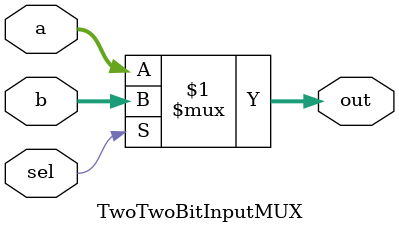
<source format=v>
module TwoTwoBitInputMUX (a, b, sel, out);

  input[1:0] a, b;
  input sel;
  output[1:0] out;

  assign out = sel ? b : a;

endmodule // TwoEightBitInputMUX

</source>
